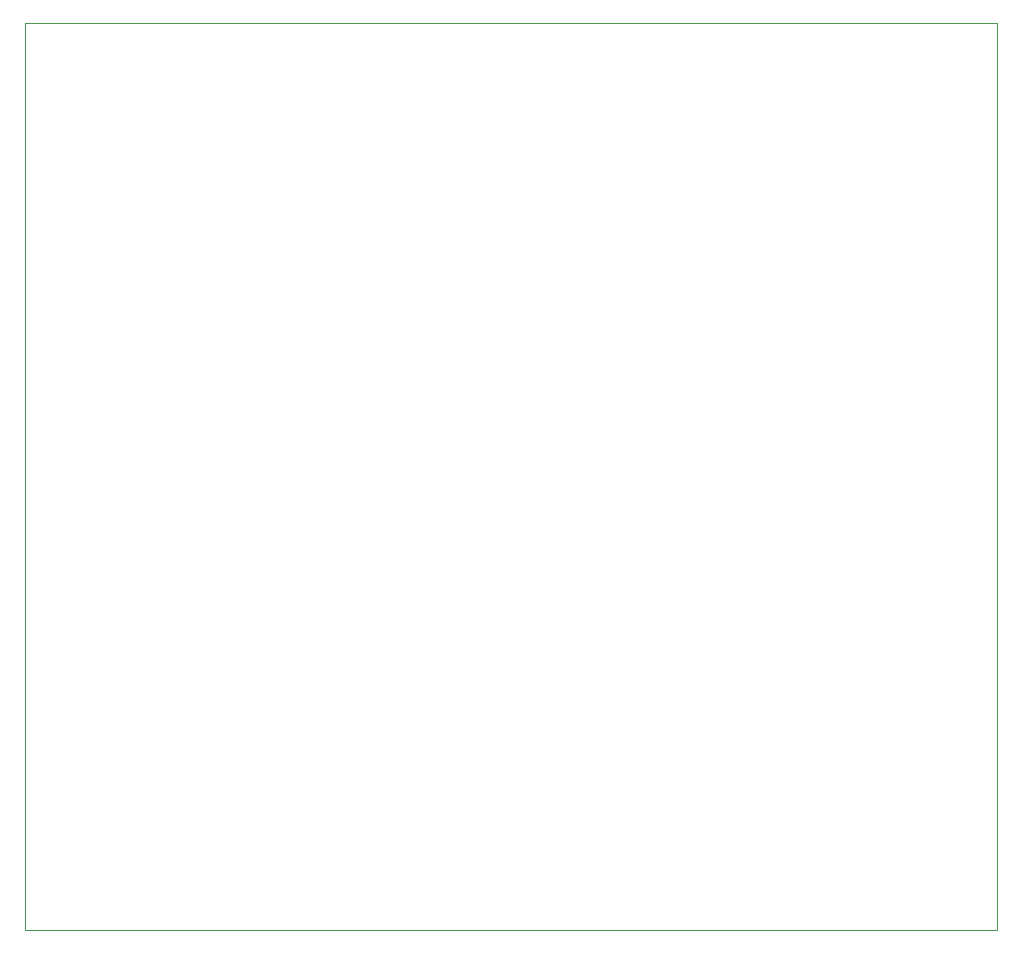
<source format=gm1>
G04 #@! TF.GenerationSoftware,KiCad,Pcbnew,(5.1.10)-1*
G04 #@! TF.CreationDate,2021-11-18T05:31:34+07:00*
G04 #@! TF.ProjectId,Georesistance PCB,47656f72-6573-4697-9374-616e63652050,1*
G04 #@! TF.SameCoordinates,Original*
G04 #@! TF.FileFunction,Profile,NP*
%FSLAX46Y46*%
G04 Gerber Fmt 4.6, Leading zero omitted, Abs format (unit mm)*
G04 Created by KiCad (PCBNEW (5.1.10)-1) date 2021-11-18 05:31:34*
%MOMM*%
%LPD*%
G01*
G04 APERTURE LIST*
G04 #@! TA.AperFunction,Profile*
%ADD10C,0.038100*%
G04 #@! TD*
G04 APERTURE END LIST*
D10*
X15367000Y-20574000D02*
X15367000Y-20447000D01*
X97663000Y-20447000D02*
X97663000Y-21209000D01*
X15367000Y-20447000D02*
X97663000Y-20447000D01*
X15367000Y-97282000D02*
X15367000Y-20574000D01*
X97663000Y-97282000D02*
X15367000Y-97282000D01*
X97663000Y-21209000D02*
X97663000Y-97282000D01*
M02*

</source>
